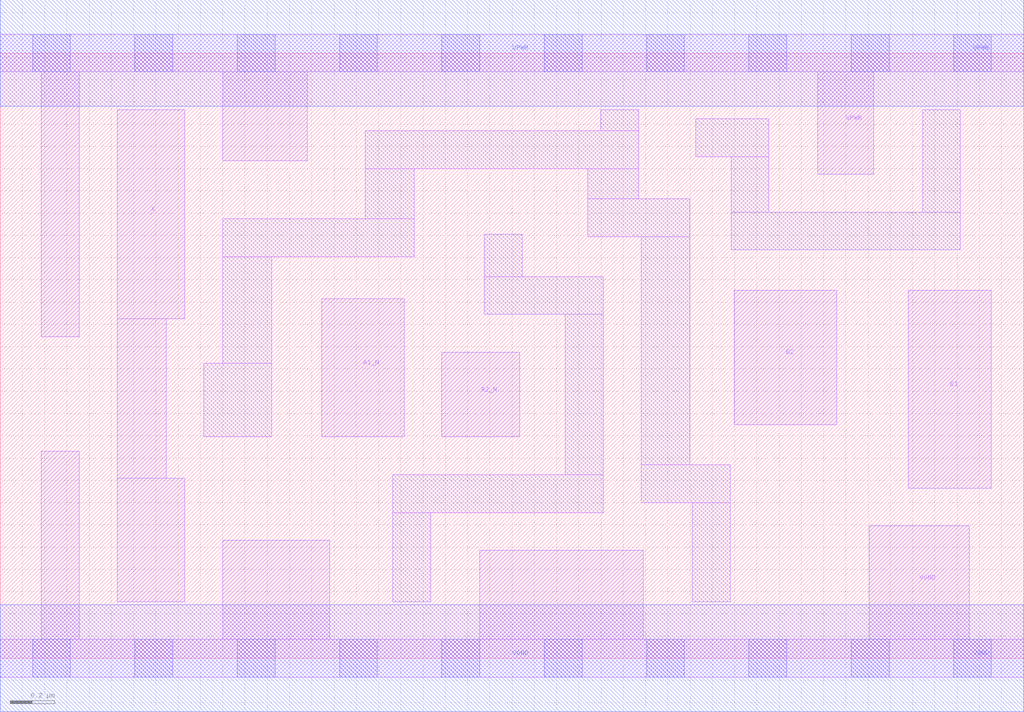
<source format=lef>
# Copyright 2020 The SkyWater PDK Authors
#
# Licensed under the Apache License, Version 2.0 (the "License");
# you may not use this file except in compliance with the License.
# You may obtain a copy of the License at
#
#     https://www.apache.org/licenses/LICENSE-2.0
#
# Unless required by applicable law or agreed to in writing, software
# distributed under the License is distributed on an "AS IS" BASIS,
# WITHOUT WARRANTIES OR CONDITIONS OF ANY KIND, either express or implied.
# See the License for the specific language governing permissions and
# limitations under the License.
#
# SPDX-License-Identifier: Apache-2.0

VERSION 5.7 ;
  NAMESCASESENSITIVE ON ;
  NOWIREEXTENSIONATPIN ON ;
  DIVIDERCHAR "/" ;
  BUSBITCHARS "[]" ;
UNITS
  DATABASE MICRONS 200 ;
END UNITS
PROPERTYDEFINITIONS
  MACRO maskLayoutSubType STRING ;
  MACRO prCellType STRING ;
  MACRO originalViewName STRING ;
END PROPERTYDEFINITIONS
MACRO sky130_fd_sc_hdll__a2bb2o_2
  CLASS CORE ;
  FOREIGN sky130_fd_sc_hdll__a2bb2o_2 ;
  ORIGIN  0.000000  0.000000 ;
  SIZE  4.600000 BY  2.720000 ;
  SYMMETRY X Y R90 ;
  SITE unithd ;
  PIN A1_N
    ANTENNAGATEAREA  0.178200 ;
    DIRECTION INPUT ;
    USE SIGNAL ;
    PORT
      LAYER li1 ;
        RECT 1.445000 0.995000 1.815000 1.615000 ;
    END
  END A1_N
  PIN A2_N
    ANTENNAGATEAREA  0.178200 ;
    DIRECTION INPUT ;
    USE SIGNAL ;
    PORT
      LAYER li1 ;
        RECT 1.985000 0.995000 2.335000 1.375000 ;
    END
  END A2_N
  PIN B1
    ANTENNAGATEAREA  0.178200 ;
    DIRECTION INPUT ;
    USE SIGNAL ;
    PORT
      LAYER li1 ;
        RECT 4.080000 0.765000 4.455000 1.655000 ;
    END
  END B1
  PIN B2
    ANTENNAGATEAREA  0.178200 ;
    DIRECTION INPUT ;
    USE SIGNAL ;
    PORT
      LAYER li1 ;
        RECT 3.300000 1.050000 3.760000 1.655000 ;
    END
  END B2
  PIN X
    ANTENNADIFFAREA  0.498000 ;
    DIRECTION OUTPUT ;
    USE SIGNAL ;
    PORT
      LAYER li1 ;
        RECT 0.525000 0.255000 0.830000 0.810000 ;
        RECT 0.525000 0.810000 0.745000 1.525000 ;
        RECT 0.525000 1.525000 0.830000 2.465000 ;
    END
  END X
  PIN VGND
    DIRECTION INOUT ;
    USE GROUND ;
    PORT
      LAYER li1 ;
        RECT 0.000000 -0.085000 4.600000 0.085000 ;
        RECT 0.185000  0.085000 0.355000 0.930000 ;
        RECT 1.000000  0.085000 1.480000 0.530000 ;
        RECT 2.155000  0.085000 2.890000 0.485000 ;
        RECT 3.905000  0.085000 4.355000 0.595000 ;
      LAYER mcon ;
        RECT 0.145000 -0.085000 0.315000 0.085000 ;
        RECT 0.605000 -0.085000 0.775000 0.085000 ;
        RECT 1.065000 -0.085000 1.235000 0.085000 ;
        RECT 1.525000 -0.085000 1.695000 0.085000 ;
        RECT 1.985000 -0.085000 2.155000 0.085000 ;
        RECT 2.445000 -0.085000 2.615000 0.085000 ;
        RECT 2.905000 -0.085000 3.075000 0.085000 ;
        RECT 3.365000 -0.085000 3.535000 0.085000 ;
        RECT 3.825000 -0.085000 3.995000 0.085000 ;
        RECT 4.285000 -0.085000 4.455000 0.085000 ;
    END
    PORT
      LAYER met1 ;
        RECT 0.000000 -0.240000 4.600000 0.240000 ;
    END
  END VGND
  PIN VPWR
    DIRECTION INOUT ;
    USE POWER ;
    PORT
      LAYER li1 ;
        RECT 0.000000 2.635000 4.600000 2.805000 ;
        RECT 0.185000 1.445000 0.355000 2.635000 ;
        RECT 1.000000 2.235000 1.380000 2.635000 ;
        RECT 3.675000 2.175000 3.925000 2.635000 ;
      LAYER mcon ;
        RECT 0.145000 2.635000 0.315000 2.805000 ;
        RECT 0.605000 2.635000 0.775000 2.805000 ;
        RECT 1.065000 2.635000 1.235000 2.805000 ;
        RECT 1.525000 2.635000 1.695000 2.805000 ;
        RECT 1.985000 2.635000 2.155000 2.805000 ;
        RECT 2.445000 2.635000 2.615000 2.805000 ;
        RECT 2.905000 2.635000 3.075000 2.805000 ;
        RECT 3.365000 2.635000 3.535000 2.805000 ;
        RECT 3.825000 2.635000 3.995000 2.805000 ;
        RECT 4.285000 2.635000 4.455000 2.805000 ;
    END
    PORT
      LAYER met1 ;
        RECT 0.000000 2.480000 4.600000 2.960000 ;
    END
  END VPWR
  OBS
    LAYER li1 ;
      RECT 0.915000 0.995000 1.220000 1.325000 ;
      RECT 1.000000 1.325000 1.220000 1.805000 ;
      RECT 1.000000 1.805000 1.860000 1.975000 ;
      RECT 1.640000 1.975000 1.860000 2.200000 ;
      RECT 1.640000 2.200000 2.870000 2.370000 ;
      RECT 1.765000 0.255000 1.935000 0.655000 ;
      RECT 1.765000 0.655000 2.710000 0.825000 ;
      RECT 2.175000 1.545000 2.710000 1.715000 ;
      RECT 2.175000 1.715000 2.345000 1.905000 ;
      RECT 2.540000 0.825000 2.710000 1.545000 ;
      RECT 2.640000 1.895000 3.100000 2.065000 ;
      RECT 2.640000 2.065000 2.870000 2.200000 ;
      RECT 2.700000 2.370000 2.870000 2.465000 ;
      RECT 2.880000 0.700000 3.280000 0.870000 ;
      RECT 2.880000 0.870000 3.100000 1.895000 ;
      RECT 3.110000 0.255000 3.280000 0.700000 ;
      RECT 3.125000 2.255000 3.455000 2.425000 ;
      RECT 3.285000 1.835000 4.315000 2.005000 ;
      RECT 3.285000 2.005000 3.455000 2.255000 ;
      RECT 4.145000 2.005000 4.315000 2.465000 ;
  END
  PROPERTY maskLayoutSubType "abstract" ;
  PROPERTY prCellType "standard" ;
  PROPERTY originalViewName "layout" ;
END sky130_fd_sc_hdll__a2bb2o_2

</source>
